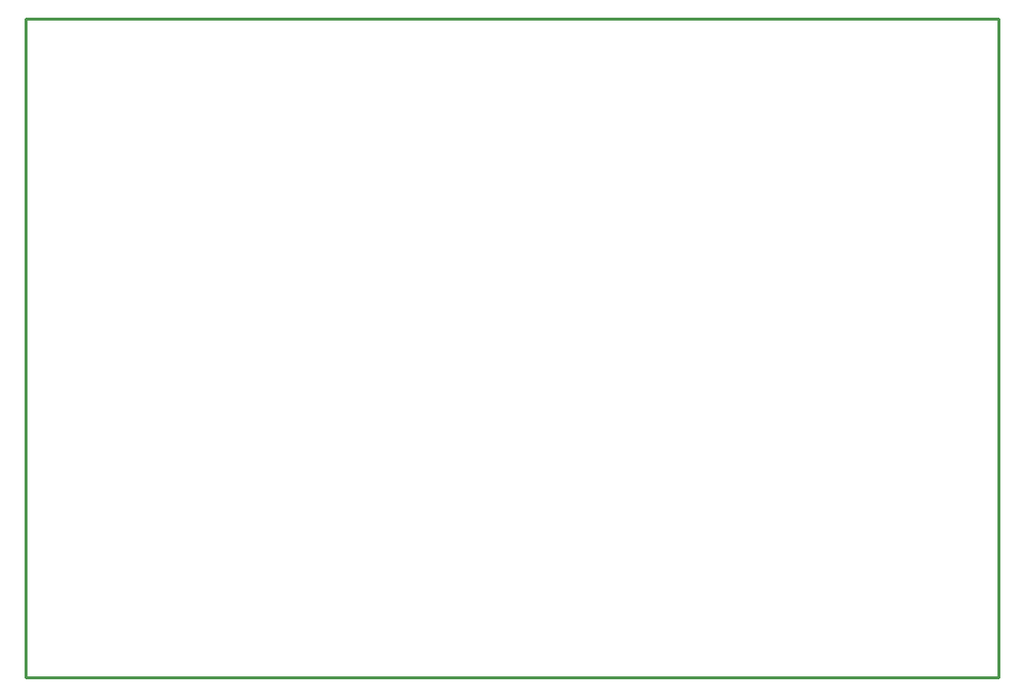
<source format=gbr>
G04 EAGLE Gerber RS-274X export*
G75*
%MOMM*%
%FSLAX34Y34*%
%LPD*%
%IN*%
%IPPOS*%
%AMOC8*
5,1,8,0,0,1.08239X$1,22.5*%
G01*
%ADD10C,0.254000*%


D10*
X279400Y279400D02*
X1117400Y279400D01*
X1117400Y847600D01*
X279400Y847600D01*
X279400Y279400D01*
M02*

</source>
